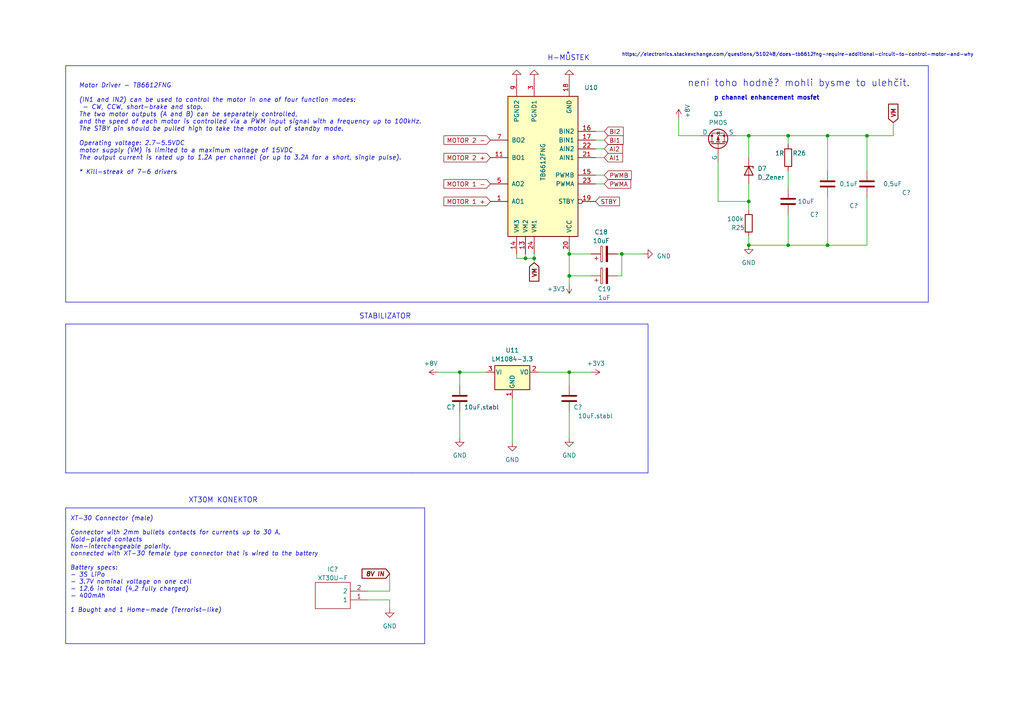
<source format=kicad_sch>
(kicad_sch (version 20230121) (generator eeschema)
  (paper "A4")
  (title_block (title "SUMEC SMD") (company "SPŠ NA PROSEKU"))
  (lib_symbols
    (symbol "+3V3_1" (power) (pin_names (offset 0))
      (property "Value" "+3V3_1" (at 0 3.556 0))
      (symbol "+3V3_1_0_1"
        (polyline (pts (xy -0.762 1.27) (xy 0 2.54)))
        (polyline (pts (xy 0 0) (xy 0 2.54)))
        (polyline (pts (xy 0 2.54) (xy 0.762 1.27)))
      )
      (symbol "+3V3_1_1_1"
        (pin power_in line (at 0 0 90) (length 0) hide (name "+3V3") (number "1"))
      )
    )
    (symbol "Device:C" (pin_numbers hide) (pin_names (offset 0.254))
      (property "Reference" "C" (at 0.635 2.54 0))
      (property "Value" "C" (at 0.635 -2.54 0))
      (symbol "C_0_1"
        (polyline (pts (xy -2.032 -0.762) (xy 2.032 -0.762)) (stroke (width 0.508)))
        (polyline (pts (xy -2.032 0.762) (xy 2.032 0.762)) (stroke (width 0.508)))
      )
      (symbol "C_1_1"
        (pin passive line (at 0 3.81 270) (length 2.794) (name "~") (number "1"))
        (pin passive line (at 0 -3.81 90) (length 2.794) (name "~") (number "2"))
      )
    )
    (symbol "Device:C_Polarized" (pin_numbers hide) (pin_names (offset 0.254))
      (property "Reference" "C" (at 0.635 2.54 0))
      (property "Value" "C_Polarized" (at 0.635 -2.54 0))
      (symbol "C_Polarized_0_1"
        (rectangle (start -2.286 0.508) (end 2.286 1.016))
        (polyline (pts (xy -1.778 2.286) (xy -0.762 2.286)))
        (polyline (pts (xy -1.27 2.794) (xy -1.27 1.778)))
        (rectangle (start 2.286 -0.508) (end -2.286 -1.016) (fill (type outline)))
      )
      (symbol "C_Polarized_1_1"
        (pin passive line (at 0 3.81 270) (length 2.794) (name "~") (number "1"))
        (pin passive line (at 0 -3.81 90) (length 2.794) (name "~") (number "2"))
      )
    )
    (symbol "Device:D_Zener" (pin_numbers hide) (pin_names (offset 1.016) hide)
      (property "Reference" "D" (at 0 2.54 0))
      (property "Value" "D_Zener" (at 0 -2.54 0))
      (symbol "D_Zener_0_1"
        (polyline (pts (xy 1.27 0) (xy -1.27 0)))
        (polyline (pts (xy -1.27 -1.27) (xy -1.27 1.27) (xy -0.762 1.27)) (stroke (width 0.254)))
        (polyline (pts (xy 1.27 -1.27) (xy 1.27 1.27) (xy -1.27 0) (xy 1.27 -1.27)) (stroke (width 0.254)))
      )
      (symbol "D_Zener_1_1"
        (pin passive line (at -3.81 0 0) (length 2.54) (name "K") (number "1"))
        (pin passive line (at 3.81 0 180) (length 2.54) (name "A") (number "2"))
      )
    )
    (symbol "Device:R" (pin_numbers hide) (pin_names (offset 0))
      (property "Reference" "R" (at 2.032 0 90))
      (property "Value" "R" (at 0 0 90))
      (symbol "R_0_1"
        (rectangle (start -1.016 -2.54) (end 1.016 2.54) (stroke (width 0.254)))
      )
      (symbol "R_1_1"
        (pin passive line (at 0 3.81 270) (length 1.27) (name "~") (number "1"))
        (pin passive line (at 0 -3.81 90) (length 1.27) (name "~") (number "2"))
      )
    )
    (symbol "Driver_Motor:TB6612FNG" (pin_names (offset 1.016))
      (property "Reference" "U" (at 11.43 17.78 0))
      (property "Value" "TB6612FNG" (at 11.43 15.24 0))
      (symbol "TB6612FNG_0_1"
        (rectangle (start -10.16 20.32) (end 10.16 -20.32) (stroke (width 0.254)) (fill (type background)))
      )
      (symbol "TB6612FNG_1_1"
        (pin output line (at 15.24 10.16 180) (length 5.08) (name "AO1") (number "1"))
        (pin passive line (at 7.62 -25.4 90) (length 5.08) hide (name "PGND2") (number "10"))
        (pin output line (at 15.24 -2.54 180) (length 5.08) (name "BO1") (number "11"))
        (pin passive line (at 15.24 -2.54 180) (length 5.08) hide (name "BO1") (number "12"))
        (pin power_in line (at 5.08 25.4 270) (length 5.08) (name "VM2") (number "13"))
        (pin power_in line (at 7.62 25.4 270) (length 5.08) (name "VM3") (number "14"))
        (pin input line (at -15.24 2.54 0) (length 5.08) (name "PWMB") (number "15"))
        (pin input line (at -15.24 -10.16 0) (length 5.08) (name "BIN2") (number "16"))
        (pin input line (at -15.24 -7.62 0) (length 5.08) (name "BIN1") (number "17"))
        (pin power_in line (at -7.62 -25.4 90) (length 5.08) (name "GND") (number "18"))
        (pin input inverted (at -15.24 10.16 0) (length 5.08) (name "STBY") (number "19"))
        (pin passive line (at 15.24 10.16 180) (length 5.08) hide (name "AO1") (number "2"))
        (pin power_in line (at -7.62 25.4 270) (length 5.08) (name "VCC") (number "20"))
        (pin input line (at -15.24 -2.54 0) (length 5.08) (name "AIN1") (number "21"))
        (pin input line (at -15.24 -5.08 0) (length 5.08) (name "AIN2") (number "22"))
        (pin input line (at -15.24 5.08 0) (length 5.08) (name "PWMA") (number "23"))
        (pin power_in line (at 2.54 25.4 270) (length 5.08) (name "VM1") (number "24"))
        (pin power_in line (at 2.54 -25.4 90) (length 5.08) (name "PGND1") (number "3"))
        (pin passive line (at 2.54 -25.4 90) (length 5.08) hide (name "PGND1") (number "4"))
        (pin output line (at 15.24 5.08 180) (length 5.08) (name "AO2") (number "5"))
        (pin passive line (at 15.24 5.08 180) (length 5.08) hide (name "AO2") (number "6"))
        (pin output line (at 15.24 -7.62 180) (length 5.08) (name "BO2") (number "7"))
        (pin passive line (at 15.24 -7.62 180) (length 5.08) hide (name "BO2") (number "8"))
        (pin power_in line (at 7.62 -25.4 90) (length 5.08) (name "PGND2") (number "9"))
      )
    )
    (symbol "Regulator_Linear:LM1084-3.3" (pin_names (offset 0.254))
      (property "Reference" "U" (at -3.81 3.175 0))
      (property "Value" "LM1084-3.3" (at 0 3.175 0))
      (symbol "LM1084-3.3_0_1"
        (rectangle (start -5.08 1.905) (end 5.08 -5.08) (stroke (width 0.254)) (fill (type background)))
      )
      (symbol "LM1084-3.3_1_1"
        (pin power_in line (at 0 -7.62 90) (length 2.54) (name "GND") (number "1"))
        (pin power_out line (at 7.62 0 180) (length 2.54) (name "VO") (number "2"))
        (pin power_in line (at -7.62 0 0) (length 2.54) (name "VI") (number "3"))
      )
    )
    (symbol "SamacSys_Parts:XT30U-M" (pin_names (offset 0.762))
      (property "Reference" "IC" (at 16.51 7.62 0))
      (property "Value" "XT30U-M" (at 16.51 5.08 0))
      (symbol "XT30U-M_0_0"
        (pin passive line (at 0 0 0) (length 5.08) (name "1") (number "1"))
        (pin passive line (at 0 -2.54 0) (length 5.08) (name "2") (number "2"))
      )
      (symbol "XT30U-M_0_1"
        (polyline (pts (xy 5.08 2.54) (xy 15.24 2.54) (xy 15.24 -5.08) (xy 5.08 -5.08) (xy 5.08 2.54)) (stroke (width 0.1524)))
      )
    )
    (symbol "Simulation_SPICE:PMOS" (pin_numbers hide) (pin_names (offset 0))
      (property "Reference" "Q" (at 5.08 1.27 0))
      (property "Value" "PMOS" (at 5.08 -1.27 0))
      (symbol "PMOS_0_1"
        (polyline (pts (xy 0.254 0) (xy -2.54 0)))
        (polyline (pts (xy 0.254 1.905) (xy 0.254 -1.905)) (stroke (width 0.254)))
        (polyline (pts (xy 0.762 -1.27) (xy 0.762 -2.286)) (stroke (width 0.254)))
        (polyline (pts (xy 0.762 0.508) (xy 0.762 -0.508)) (stroke (width 0.254)))
        (polyline (pts (xy 0.762 2.286) (xy 0.762 1.27)) (stroke (width 0.254)))
        (polyline (pts (xy 2.54 2.54) (xy 2.54 1.778)))
        (polyline (pts (xy 2.54 -2.54) (xy 2.54 0) (xy 0.762 0)))
        (polyline (pts (xy 0.762 1.778) (xy 3.302 1.778) (xy 3.302 -1.778) (xy 0.762 -1.778)))
        (polyline (pts (xy 2.286 0) (xy 1.27 0.381) (xy 1.27 -0.381) (xy 2.286 0)) (fill (type outline)))
        (polyline (pts (xy 2.794 -0.508) (xy 2.921 -0.381) (xy 3.683 -0.381) (xy 3.81 -0.254)))
        (polyline (pts (xy 3.302 -0.381) (xy 2.921 0.254) (xy 3.683 0.254) (xy 3.302 -0.381)))
        (circle (center 1.651 0) (radius 2.794) (stroke (width 0.254)))
        (circle (center 2.54 -1.778) (radius 0.254) (fill (type outline)))
        (circle (center 2.54 1.778) (radius 0.254) (fill (type outline)))
      )
      (symbol "PMOS_1_1"
        (pin passive line (at 2.54 5.08 270) (length 2.54) (name "D") (number "1"))
        (pin input line (at -5.08 0 0) (length 2.54) (name "G") (number "2"))
        (pin passive line (at 2.54 -5.08 90) (length 2.54) (name "S") (number "3"))
      )
    )
    (symbol "power:+3V3" (power) (pin_names (offset 0))
      (property "Value" "+3V3" (at 0 3.556 0))
      (symbol "+3V3_0_1"
        (polyline (pts (xy -0.762 1.27) (xy 0 2.54)))
        (polyline (pts (xy 0 0) (xy 0 2.54)))
        (polyline (pts (xy 0 2.54) (xy 0.762 1.27)))
      )
      (symbol "+3V3_1_1"
        (pin power_in line (at 0 0 90) (length 0) hide (name "+3V3") (number "1"))
      )
    )
    (symbol "power:+8V" (power) (pin_names (offset 0))
      (property "Value" "+8V" (at 0 3.556 0))
      (symbol "+8V_0_1"
        (polyline (pts (xy -0.762 1.27) (xy 0 2.54)))
        (polyline (pts (xy 0 0) (xy 0 2.54)))
        (polyline (pts (xy 0 2.54) (xy 0.762 1.27)))
      )
      (symbol "+8V_1_1"
        (pin power_in line (at 0 0 90) (length 0) hide (name "+8V") (number "1"))
      )
    )
    (symbol "power:GND" (power) (pin_names (offset 0))
      (property "Value" "GND" (at 0 -3.81 0))
      (symbol "GND_0_1"
        (polyline (pts (xy 0 0) (xy 0 -1.27) (xy 1.27 -1.27) (xy 0 -2.54) (xy -1.27 -1.27) (xy 0 -1.27)))
      )
      (symbol "GND_1_1"
        (pin power_in line (at 0 0 270) (length 0) hide (name "GND") (number "1"))
      )
    )
  )
  (junction (at 217.17 71.12))
  (junction (at 217.17 39.37))
  (junction (at 133.35 107.95))
  (junction (at 228.6 39.37))
  (junction (at 240.03 39.37))
  (junction (at 165.1 73.66))
  (junction (at 165.1 107.95))
  (junction (at 251.46 39.37))
  (junction (at 154.94 74.93))
  (junction (at 152.4 74.93))
  (junction (at 228.6 71.12))
  (junction (at 240.03 71.12))
  (junction (at 180.34 73.66))
  (junction (at 217.17 58.42))
  (junction (at 165.1 80.01))
  (wire (pts (xy 217.17 39.37) (xy 228.6 39.37)))
  (wire (pts (xy 240.03 57.15) (xy 240.03 71.12)))
  (wire (pts (xy 127 107.95) (xy 133.35 107.95)))
  (wire (pts (xy 208.28 58.42) (xy 217.17 58.42)))
  (polyline (pts (xy 19.05 19.05) (xy 269.24 19.05)))
  (wire (pts (xy 133.35 119.38) (xy 133.35 127)))
  (wire (pts (xy 165.1 80.01) (xy 171.45 80.01)))
  (polyline (pts (xy 19.05 93.98) (xy 19.05 137.16)))
  (wire (pts (xy 171.45 73.66) (xy 165.1 73.66)))
  (polyline (pts (xy 19.05 137.16) (xy 119.38 137.16)))
  (polyline (pts (xy 119.38 137.16) (xy 187.96 137.16)))
  (wire (pts (xy 133.35 107.95) (xy 140.97 107.95)))
  (polyline (pts (xy 269.24 19.05) (xy 269.24 87.63)))
  (wire (pts (xy 165.1 127) (xy 165.1 119.38)))
  (wire (pts (xy 240.03 49.53) (xy 240.03 39.37)))
  (polyline (pts (xy 187.96 130.81) (xy 187.96 93.98)))
  (wire (pts (xy 179.07 73.66) (xy 180.34 73.66)))
  (wire (pts (xy 217.17 45.72) (xy 217.17 39.37)))
  (wire (pts (xy 251.46 39.37) (xy 251.46 49.53)))
  (polyline (pts (xy 19.05 19.05) (xy 19.05 87.63)))
  (wire (pts (xy 228.6 39.37) (xy 240.03 39.37)))
  (wire (pts (xy 149.86 74.93) (xy 149.86 73.66)))
  (wire (pts (xy 106.68 171.45) (xy 113.03 171.45)))
  (wire (pts (xy 154.94 76.2) (xy 154.94 74.93)))
  (wire (pts (xy 228.6 39.37) (xy 228.6 41.91)))
  (wire (pts (xy 156.21 107.95) (xy 165.1 107.95)))
  (polyline (pts (xy 123.19 186.69) (xy 123.19 147.32)))
  (wire (pts (xy 175.26 50.8) (xy 172.72 50.8)))
  (wire (pts (xy 165.1 107.95) (xy 165.1 111.76)))
  (wire (pts (xy 175.26 45.72) (xy 172.72 45.72)))
  (wire (pts (xy 175.26 40.64) (xy 172.72 40.64)))
  (polyline (pts (xy 187.96 93.98) (xy 19.05 93.98)))
  (polyline (pts (xy 19.05 147.32) (xy 19.05 186.69)))
  (wire (pts (xy 154.94 74.93) (xy 152.4 74.93)))
  (wire (pts (xy 180.34 73.66) (xy 186.69 73.66)))
  (wire (pts (xy 113.03 173.99) (xy 113.03 176.53)))
  (polyline (pts (xy 187.96 130.81) (xy 187.96 137.16)))
  (wire (pts (xy 165.1 82.55) (xy 165.1 80.01)))
  (wire (pts (xy 175.26 43.18) (xy 172.72 43.18)))
  (wire (pts (xy 213.36 39.37) (xy 217.17 39.37)))
  (wire (pts (xy 175.26 53.34) (xy 172.72 53.34)))
  (wire (pts (xy 259.08 35.56) (xy 259.08 39.37)))
  (polyline (pts (xy 269.24 87.63) (xy 19.05 87.63)))
  (polyline (pts (xy 430.53 25.4) (xy 430.53 177.8)))
  (wire (pts (xy 208.28 46.99) (xy 208.28 58.42)))
  (wire (pts (xy 152.4 74.93) (xy 152.4 73.66)))
  (wire (pts (xy 196.85 39.37) (xy 196.85 34.29)))
  (wire (pts (xy 133.35 111.76) (xy 133.35 107.95)))
  (wire (pts (xy 203.2 39.37) (xy 196.85 39.37)))
  (wire (pts (xy 240.03 39.37) (xy 251.46 39.37)))
  (wire (pts (xy 175.26 38.1) (xy 172.72 38.1)))
  (wire (pts (xy 228.6 71.12) (xy 217.17 71.12)))
  (wire (pts (xy 179.07 80.01) (xy 180.34 80.01)))
  (wire (pts (xy 148.59 115.57) (xy 148.59 128.27)))
  (polyline (pts (xy 430.53 177.8) (xy 312.42 177.8)))
  (polyline (pts (xy 19.05 147.32) (xy 123.19 147.32)))
  (wire (pts (xy 217.17 58.42) (xy 217.17 60.96)))
  (wire (pts (xy 228.6 49.53) (xy 228.6 54.61)))
  (wire (pts (xy 154.94 73.66) (xy 154.94 74.93)))
  (wire (pts (xy 152.4 74.93) (xy 149.86 74.93)))
  (wire (pts (xy 180.34 80.01) (xy 180.34 73.66)))
  (wire (pts (xy 251.46 39.37) (xy 259.08 39.37)))
  (wire (pts (xy 217.17 68.58) (xy 217.17 71.12)))
  (polyline (pts (xy 312.42 25.4) (xy 430.53 25.4)))
  (wire (pts (xy 113.03 166.37) (xy 113.03 171.45)))
  (wire (pts (xy 171.45 107.95) (xy 165.1 107.95)))
  (wire (pts (xy 165.1 73.66) (xy 165.1 80.01)))
  (wire (pts (xy 106.68 173.99) (xy 113.03 173.99)))
  (wire (pts (xy 228.6 62.23) (xy 228.6 71.12)))
  (wire (pts (xy 251.46 57.15) (xy 251.46 71.12)))
  (polyline (pts (xy 19.05 186.69) (xy 123.19 186.69)))
  (wire (pts (xy 240.03 71.12) (xy 228.6 71.12)))
  (polyline (pts (xy 312.42 25.4) (xy 312.42 177.8)))
  (wire (pts (xy 217.17 53.34) (xy 217.17 58.42)))
  (wire (pts (xy 251.46 71.12) (xy 240.03 71.12)))
  (image (at 369.57 102.87) (scale 2.52101))
  (text "Motor Driver - TB6612FNG\n\n(IN1 and IN2) can be used to control the motor in one of four function modes: \n - CW, CCW, short-brake and stop.\nThe two motor outputs (A and B) can be separately controlled, \nand the speed of each motor is controlled via a PWM input signal with a frequency up to 100kHz.\nThe STBY pin should be pulled high to take the motor out of standby mode.\n\nOperating voltage: 2.7-5.5VDC\nmotor supply (VM) is limited to a maximum voltage of 15VDC\nThe output current is rated up to 1.2A per channel (or up to 3.2A for a short, single pulse).\n\n* Kill-streak of 7-6 drivers" (at 22.86 50.8 0) (effects (font (size 1.3 1.3) italic) (justify left bottom)))
  (text "H-MŮSTEK" (at 158.75 17.78 0) (effects (font (size 1.5 1.5)) (justify left bottom)))
  (text "XT-30 Connector (male)\n\nConnector with 2mm bullets contacts for currents up to 30 A.\nGold-plated contacts\nNon-interchangeable polarity.\nconnected with XT-30 female type connector that is wired to the battery\n\nBattery specs:\n- 3S LiPo\n- 3.7V nominal voltage on one cell\n- 12,6 in total (4,2 fully charged)\n- 400mAh \n\n1 Bought and 1 Home-made (Terrorist-like)" (at 20.32 177.8 0) (effects (font (size 1.27 1.27) italic) (justify left bottom)))
  (text "REFERENCE:" (at 325.12 19.05 0) (effects (font (size 3 3) bold) (justify left bottom)))
  (text "není toho hodně? mohli bysme to ulehčit." (at 199.39 25.4 0) (effects (font (size 2 2)) (justify left bottom)))
  (text "https://electronics.stackexchange.com/questions/510248/does-tb6612fng-require-additional-circuit-to-control-motor-and-why" (at 180.34 16.51 0) (effects (font (size 1 1)) (justify left bottom)))
  (text "XT30M KONEKTOR" (at 54.61 146.05 0) (effects (font (size 1.5 1.5)) (justify left bottom)))
  (text "p channel enhancement mosfet" (at 207.01 29.21 0) (effects (font (size 1.27 1.27) bold) (justify left bottom)))
  (text "STABILIZATOR\n" (at 104.14 92.71 0) (effects (font (size 1.5 1.5)) (justify left bottom)))
  (global_label "MOTOR 2 -" (shape input) (at 142.24 40.64 180) (property "Intersheetrefs" "${INTERSHEET_REFS}" (effects hide)))
  (global_label "BI2" (shape input) (at 175.26 38.1 0) (property "Intersheetrefs" "${INTERSHEET_REFS}" (effects hide)))
  (global_label "MOTOR 1 +" (shape input) (at 142.24 58.42 180) (property "Intersheetrefs" "${INTERSHEET_REFS}" (effects hide)))
  (global_label "PWMB" (shape input) (at 175.26 50.8 0) (property "Intersheetrefs" "${INTERSHEET_REFS}" (effects hide)))
  (global_label "BI1" (shape input) (at 175.26 40.64 0) (property "Intersheetrefs" "${INTERSHEET_REFS}" (effects hide)))
  (global_label "MOTOR 1 -" (shape input) (at 142.24 53.34 180) (property "Intersheetrefs" "${INTERSHEET_REFS}" (effects hide)))
  (global_label "STBY" (shape input) (at 172.72 58.42 0) (property "Intersheetrefs" "${INTERSHEET_REFS}" (effects hide)))
  (global_label "AI2" (shape input) (at 175.26 43.18 0) (property "Intersheetrefs" "${INTERSHEET_REFS}" (effects hide)))
  (global_label "MOTOR 2 +" (shape input) (at 142.24 45.72 180) (property "Intersheetrefs" "${INTERSHEET_REFS}" (effects hide)))
  (global_label "8V IN" (shape input) (at 113.03 166.37 180) (effects (font bold italic)) (property "Intersheetrefs" "${INTERSHEET_REFS}" (effects hide)))
  (global_label "VM" (shape input) (at 154.94 76.2 270) (effects (font bold)) (property "Intersheetrefs" "${INTERSHEET_REFS}" (effects hide)))
  (global_label "VM" (shape input) (at 259.08 35.56 90) (effects (font bold)) (property "Intersheetrefs" "${INTERSHEET_REFS}" (effects hide)))
  (global_label "PWMA" (shape input) (at 175.26 53.34 0) (property "Intersheetrefs" "${INTERSHEET_REFS}" (effects hide)))
  (global_label "AI1" (shape input) (at 175.26 45.72 0) (property "Intersheetrefs" "${INTERSHEET_REFS}" (effects hide)))
  (symbol (lib_id "power:+3V3") (at 171.45 107.95 270) (unit 1)
    (property "Reference" "#PWR?" (effects hide))
    (property "Value" "+3V3" (at 170.18 105.41 90) (effects (justify left)))
    (instances (project "sumec" (path "" (reference "#PWR?") (unit 1)) (path "" (reference "#PWR028") (unit 1))))
  )
  (symbol (lib_id "power:GND") (at 217.17 71.12 0) (unit 1)
    (property "Reference" "#PWR?" (effects hide))
    (property "Value" "GND" (at 217.17 76.2 0))
    (instances (project "sumec" (path "" (reference "#PWR?") (unit 1)) (path "" (reference "#PWR056") (unit 1))))
  )
  (symbol (lib_id "power:+8V") (at 196.85 34.29 0) (unit 1)
    (property "Reference" "#PWR025" (effects hide))
    (property "Value" "+8V" (at 199.39 34.29 90) (effects (justify left)))
  )
  (symbol (lib_id "power:GND") (at 186.69 73.66 90) (unit 1)
    (property "Reference" "#PWR?" (effects hide))
    (property "Value" "GND" (at 190.5 74.295 90) (effects (justify right)))
    (instances (project "sumec" (path "" (reference "#PWR?") (unit 1)) (path "" (reference "#PWR055") (unit 1))))
  )
  (symbol (lib_id "power:GND") (at 154.94 22.86 180) (unit 1)
    (property "Reference" "#PWR?" (effects hide))
    (property "Value" "GND" (effects hide))
    (instances (project "sumec" (path "" (reference "#PWR?") (unit 1)) (path "" (reference "#PWR052") (unit 1))))
  )
  (symbol (lib_id "Device:C") (at 133.35 115.57 0) (mirror y) (unit 1)
    (property "Reference" "C?" (at 132.08 118.11 0) (effects (justify left)))
    (property "Value" "10uF.stabl" (at 144.78 118.11 0) (effects (justify left)))
    (property "Footprint" "Capacitor_SMD:C_1206_3216Metric" (effects hide))
    (instances (project "sumec" (path "" (reference "C?") (unit 1)) (path "" (reference "C1") (unit 1))))
  )
  (symbol (lib_id "Device:C_Polarized") (at 175.26 73.66 90) (unit 1)
    (property "Reference" "C18" (at 174.371 67.31 90))
    (property "Value" "10uF" (at 174.371 69.85 90))
  )
  (symbol (lib_id "Regulator_Linear:LM1084-3.3") (at 148.59 107.95 0) (unit 1)
    (property "Reference" "U11" (at 148.59 101.6 0))
    (property "Value" "LM1084-3.3" (at 148.59 104.14 0))
    (property "Footprint" "Package_TO_SOT_THT:TO-220-3_Vertical" (effects hide))
    (property "Datasheet" "http://www.ti.com/lit/ds/symlink/lm1084.pdf" (effects hide))
  )
  (symbol (lib_id "Device:C") (at 165.1 115.57 0) (mirror y) (unit 1)
    (property "Reference" "C?" (at 168.91 118.11 0) (effects (justify left)))
    (property "Value" "10uF.stabl" (at 177.8 120.65 0) (effects (justify left)))
    (property "Footprint" "Capacitor_SMD:C_1206_3216Metric" (effects hide))
    (instances (project "sumec" (path "" (reference "C?") (unit 1)) (path "" (reference "C2") (unit 1))))
  )
  (symbol (lib_id "Device:R") (at 228.6 45.72 0) (unit 1)
    (property "Reference" "R26" (at 229.87 44.45 0) (effects (justify left)))
    (property "Value" "1R" (at 224.79 44.45 0) (effects (justify left)))
    (property "Footprint" "Resistor_SMD:R_1206_3216Metric" (effects hide))
  )
  (symbol (lib_name "+3V3_1") (lib_id "power:+3V3") (at 165.1 82.55 180) (unit 1)
    (property "Reference" "#PWR?" (effects hide))
    (property "Value" "+3V3" (at 161.29 83.82 0))
    (instances (project "sumec" (path "" (reference "#PWR?") (unit 1)) (path "" (reference "#PWR032") (unit 1))))
  )
  (symbol (lib_id "power:GND") (at 148.59 128.27 0) (unit 1)
    (property "Reference" "#PWR?" (effects hide))
    (property "Value" "GND" (at 148.59 133.35 0))
    (instances (project "sumec" (path "" (reference "#PWR?") (unit 1)) (path "" (reference "#PWR030") (unit 1))))
  )
  (symbol (lib_id "Driver_Motor:TB6612FNG") (at 157.48 48.26 180) (unit 1)
    (property "Reference" "U10" (at 171.45 25.4 0))
    (property "Value" "TB6612FNG" (at 157.48 46.99 90))
    (property "Footprint" "Package_SO:SSOP-24_5.3x8.2mm_P0.65mm" (effects hide))
    (property "Datasheet" "https://toshiba.semicon-storage.com/us/product/linear/motordriver/detail.TB6612FNG.html" (effects hide))
  )
  (symbol (lib_id "Device:D_Zener") (at 217.17 49.53 270) (unit 1)
    (property "Reference" "D7" (at 219.71 48.895 90) (effects (justify left)))
    (property "Value" "D_Zener" (at 219.71 51.435 90) (effects (justify left)))
    (property "Footprint" "Diode_SMD:D_1206_3216Metric" (effects hide))
  )
  (symbol (lib_id "Device:C_Polarized") (at 175.26 80.01 90) (unit 1)
    (property "Reference" "C19" (at 175.26 83.82 90))
    (property "Value" "1uF" (at 175.26 86.36 90))
  )
  (symbol (lib_id "Device:R") (at 217.17 64.77 0) (unit 1)
    (property "Reference" "R25" (at 212.09 66.04 0) (effects (justify left)))
    (property "Value" "100k" (at 210.82 63.5 0) (effects (justify left)))
    (property "Footprint" "Resistor_SMD:R_1206_3216Metric" (effects hide))
  )
  (symbol (lib_id "Device:C") (at 240.03 53.34 0) (mirror y) (unit 1)
    (property "Reference" "C?" (at 248.92 59.69 0) (effects (justify left)))
    (property "Value" "0,1uF" (at 248.92 53.34 0) (effects (justify left)))
    (property "Footprint" "Capacitor_SMD:C_1206_3216Metric" (effects hide))
    (instances (project "sumec" (path "" (reference "C?") (unit 1)) (path "" (reference "C12.hb1") (unit 1))))
  )
  (symbol (lib_id "SamacSys_Parts:XT30U-M") (at 106.68 173.99 180) (unit 1)
    (property "Reference" "IC?" (at 96.52 165.1 0))
    (property "Value" "XT30U-F" (at 96.52 167.64 0))
    (property "Footprint" "sumec_library:AMASS_XT30U-M_1x02_P5.0mm_Vertical" (effects hide))
    (property "Datasheet" "https://www.tme.eu/Document/3cbfa5cfa544d79584972dd5234a409e/XT30U%20SPEC.pdf" (effects hide))
    (property "Description" "Plug; DC supply; XT30; male; PIN: 2; for cable; soldering; 15A; 500V" (effects hide))
    (property "Height" "10.7" (effects hide))
    (property "Manufacturer_Name" "Amass" (effects hide))
    (property "Manufacturer_Part_Number" "XT30U-M" (effects hide))
    (property "LCSC" "C99101" (effects hide))
    (instances (project "sumec" (path "" (reference "IC?") (unit 1)) (path "" (reference "IC1") (unit 1))))
  )
  (symbol (lib_id "Device:C") (at 251.46 53.34 0) (mirror y) (unit 1)
    (property "Reference" "C?" (at 264.16 55.88 0) (effects (justify left)))
    (property "Value" "0,5uF" (at 261.62 53.34 0) (effects (justify left)))
    (property "Footprint" "Capacitor_SMD:C_1206_3216Metric" (effects hide))
    (instances (project "sumec" (path "" (reference "C?") (unit 1)) (path "" (reference "C15.hb1") (unit 1))))
  )
  (symbol (lib_id "power:GND") (at 149.86 22.86 180) (unit 1)
    (property "Reference" "#PWR?" (effects hide))
    (property "Value" "GND" (effects hide))
    (instances (project "sumec" (path "" (reference "#PWR?") (unit 1)) (path "" (reference "#PWR054") (unit 1))))
  )
  (symbol (lib_id "power:GND") (at 133.35 127 0) (unit 1)
    (property "Reference" "#PWR?" (effects hide))
    (property "Value" "GND" (at 133.35 132.08 0))
    (instances (project "sumec" (path "" (reference "#PWR?") (unit 1)) (path "" (reference "#PWR043") (unit 1))))
  )
  (symbol (lib_id "Simulation_SPICE:PMOS") (at 208.28 41.91 90) (unit 1)
    (property "Reference" "Q3" (at 208.28 33.02 90))
    (property "Value" "PMOS" (at 208.28 35.56 90))
    (property "Footprint" "Package_TO_SOT_THT:TO-220-3_Vertical" (effects hide))
    (property "Datasheet" "https://ngspice.sourceforge.io/docs/ngspice-manual.pdf" (effects hide))
    (property "Sim.Device" "PMOS" (effects hide))
    (property "Sim.Type" "VDMOS" (effects hide))
    (property "Sim.Pins" "1=D 2=G 3=S" (effects hide))
  )
  (symbol (lib_id "power:GND") (at 113.03 176.53 0) (unit 1)
    (property "Reference" "#PWR?" (effects hide))
    (property "Value" "GND" (at 113.03 181.61 0))
    (instances (project "sumec" (path "" (reference "#PWR?") (unit 1)) (path "" (reference "#PWR029") (unit 1))))
  )
  (symbol (lib_id "power:GND") (at 165.1 22.86 180) (unit 1)
    (property "Reference" "#PWR?" (effects hide))
    (property "Value" "GND" (effects hide))
    (instances (project "sumec" (path "" (reference "#PWR?") (unit 1)) (path "" (reference "#PWR034") (unit 1))))
  )
  (symbol (lib_id "power:GND") (at 165.1 127 0) (unit 1)
    (property "Reference" "#PWR?" (effects hide))
    (property "Value" "GND" (at 165.1 132.08 0))
    (instances (project "sumec" (path "" (reference "#PWR?") (unit 1)) (path "" (reference "#PWR045") (unit 1))))
  )
  (symbol (lib_id "power:+8V") (at 127 107.95 90) (unit 1)
    (property "Reference" "#PWR024" (effects hide))
    (property "Value" "+8V" (at 127 105.41 90) (effects (justify left)))
  )
  (symbol (lib_id "Device:C") (at 228.6 58.42 0) (mirror y) (unit 1)
    (property "Reference" "C?" (at 237.49 62.23 0) (effects (justify left)))
    (property "Value" "10uF" (at 236.22 58.42 0) (effects (justify left)))
    (property "Footprint" "Capacitor_SMD:C_1206_3216Metric" (effects hide))
    (instances (project "sumec" (path "" (reference "C?") (unit 1)) (path "" (reference "C11.hb1") (unit 1))))
  )
)
</source>
